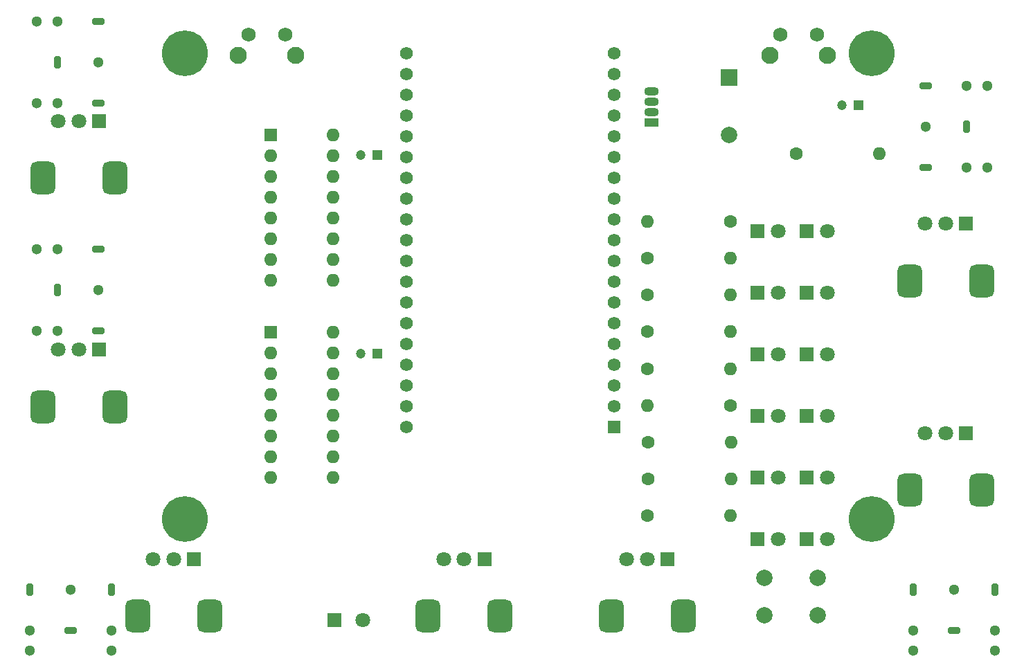
<source format=gbr>
%TF.GenerationSoftware,KiCad,Pcbnew,(6.0.4)*%
%TF.CreationDate,2023-12-09T23:36:49+01:00*%
%TF.ProjectId,Spikeling_V2.2c,5370696b-656c-4696-9e67-5f56322e3263,rev?*%
%TF.SameCoordinates,Original*%
%TF.FileFunction,Soldermask,Bot*%
%TF.FilePolarity,Negative*%
%FSLAX46Y46*%
G04 Gerber Fmt 4.6, Leading zero omitted, Abs format (unit mm)*
G04 Created by KiCad (PCBNEW (6.0.4)) date 2023-12-09 23:36:49*
%MOMM*%
%LPD*%
G01*
G04 APERTURE LIST*
G04 Aperture macros list*
%AMRoundRect*
0 Rectangle with rounded corners*
0 $1 Rounding radius*
0 $2 $3 $4 $5 $6 $7 $8 $9 X,Y pos of 4 corners*
0 Add a 4 corners polygon primitive as box body*
4,1,4,$2,$3,$4,$5,$6,$7,$8,$9,$2,$3,0*
0 Add four circle primitives for the rounded corners*
1,1,$1+$1,$2,$3*
1,1,$1+$1,$4,$5*
1,1,$1+$1,$6,$7*
1,1,$1+$1,$8,$9*
0 Add four rect primitives between the rounded corners*
20,1,$1+$1,$2,$3,$4,$5,0*
20,1,$1+$1,$4,$5,$6,$7,0*
20,1,$1+$1,$6,$7,$8,$9,0*
20,1,$1+$1,$8,$9,$2,$3,0*%
G04 Aperture macros list end*
%ADD10O,1.800000X1.070000*%
%ADD11R,1.800000X1.070000*%
%ADD12C,2.100000*%
%ADD13C,1.750000*%
%ADD14C,5.600000*%
%ADD15R,1.800000X1.800000*%
%ADD16C,1.800000*%
%ADD17C,1.600000*%
%ADD18O,1.600000X1.600000*%
%ADD19R,1.600000X1.600000*%
%ADD20RoundRect,0.750000X-0.750000X1.250000X-0.750000X-1.250000X0.750000X-1.250000X0.750000X1.250000X0*%
%ADD21C,1.300000*%
%ADD22RoundRect,0.200000X0.550000X0.200000X-0.550000X0.200000X-0.550000X-0.200000X0.550000X-0.200000X0*%
%ADD23RoundRect,0.200000X-0.200000X0.550000X-0.200000X-0.550000X0.200000X-0.550000X0.200000X0.550000X0*%
%ADD24RoundRect,0.200000X-0.550000X-0.200000X0.550000X-0.200000X0.550000X0.200000X-0.550000X0.200000X0*%
%ADD25RoundRect,0.200000X0.200000X-0.550000X0.200000X0.550000X-0.200000X0.550000X-0.200000X-0.550000X0*%
%ADD26R,1.200000X1.200000*%
%ADD27C,1.200000*%
%ADD28R,2.000000X2.000000*%
%ADD29C,2.000000*%
%ADD30R,1.560000X1.560000*%
%ADD31C,1.560000*%
G04 APERTURE END LIST*
D10*
%TO.C,D1*%
X177000000Y-59690000D03*
X177000000Y-60960000D03*
D11*
X177000000Y-63500000D03*
D10*
X177000000Y-62230000D03*
%TD*%
D12*
%TO.C,SW2*%
X191500000Y-55280000D03*
X198510000Y-55280000D03*
D13*
X192750000Y-52790000D03*
X197250000Y-52790000D03*
%TD*%
D14*
%TO.C, *%
X120000000Y-55000000D03*
%TD*%
D15*
%TO.C,D7*%
X190000000Y-76779000D03*
D16*
X192540000Y-76779000D03*
%TD*%
D15*
%TO.C,D2*%
X190000000Y-114504000D03*
D16*
X192540000Y-114504000D03*
%TD*%
D17*
%TO.C,R5*%
X186660000Y-98100000D03*
D18*
X176500000Y-98100000D03*
%TD*%
D19*
%TO.C,U3*%
X130500000Y-89125000D03*
D18*
X130500000Y-91665000D03*
X130500000Y-94205000D03*
X130500000Y-96745000D03*
X130500000Y-99285000D03*
X130500000Y-101825000D03*
X130500000Y-104365000D03*
X130500000Y-106905000D03*
X138120000Y-106905000D03*
X138120000Y-104365000D03*
X138120000Y-101825000D03*
X138120000Y-99285000D03*
X138120000Y-96745000D03*
X138120000Y-94205000D03*
X138120000Y-91665000D03*
X138120000Y-89125000D03*
%TD*%
D20*
%TO.C,RV6*%
X208600000Y-108500000D03*
X217400000Y-108500000D03*
D15*
X215500000Y-101500000D03*
D16*
X213000000Y-101500000D03*
X210500000Y-101500000D03*
%TD*%
D20*
%TO.C,RV4*%
X180900000Y-123900000D03*
X172100000Y-123900000D03*
D15*
X179000000Y-116900000D03*
D16*
X176500000Y-116900000D03*
X174000000Y-116900000D03*
%TD*%
D21*
%TO.C,J2*%
X101882500Y-51100000D03*
X104382500Y-51100000D03*
X109382500Y-56100000D03*
X101882500Y-61100000D03*
X104382500Y-61100000D03*
D22*
X109382500Y-61100000D03*
D23*
X104382500Y-56100000D03*
D22*
X109382500Y-51100000D03*
%TD*%
D21*
%TO.C,J1*%
X215600000Y-59000000D03*
X215600000Y-69000000D03*
X218100000Y-59000000D03*
X210600000Y-64000000D03*
X218100000Y-69000000D03*
D24*
X210600000Y-59000000D03*
D25*
X215600000Y-64000000D03*
D24*
X210600000Y-69000000D03*
%TD*%
D20*
%TO.C,RV1*%
X102600000Y-70300000D03*
X111400000Y-70300000D03*
D15*
X109500000Y-63300000D03*
D16*
X107000000Y-63300000D03*
X104500000Y-63300000D03*
%TD*%
D15*
%TO.C,D4*%
X190000000Y-99414000D03*
D16*
X192540000Y-99414000D03*
%TD*%
D20*
%TO.C,RV3*%
X123000000Y-123900000D03*
X114200000Y-123900000D03*
D15*
X121100000Y-116900000D03*
D16*
X118600000Y-116900000D03*
X116100000Y-116900000D03*
%TD*%
D17*
%TO.C,R3*%
X176600000Y-102600000D03*
D18*
X186760000Y-102600000D03*
%TD*%
D14*
%TO.C, *%
X204000000Y-55000000D03*
%TD*%
D19*
%TO.C,U2*%
X130500000Y-65000000D03*
D18*
X130500000Y-67540000D03*
X130500000Y-70080000D03*
X130500000Y-72620000D03*
X130500000Y-75160000D03*
X130500000Y-77700000D03*
X130500000Y-80240000D03*
X130500000Y-82780000D03*
X138120000Y-82780000D03*
X138120000Y-80240000D03*
X138120000Y-77700000D03*
X138120000Y-75160000D03*
X138120000Y-72620000D03*
X138120000Y-70080000D03*
X138120000Y-67540000D03*
X138120000Y-65000000D03*
%TD*%
D26*
%TO.C,C2*%
X143472600Y-91750000D03*
D27*
X141472600Y-91750000D03*
%TD*%
D21*
%TO.C,J5*%
X219000000Y-125617500D03*
X219000000Y-128117500D03*
X209000000Y-128117500D03*
X214000000Y-120617500D03*
X209000000Y-125617500D03*
D23*
X219000000Y-120617500D03*
D24*
X214000000Y-125617500D03*
D23*
X209000000Y-120617500D03*
%TD*%
D12*
%TO.C,SW3*%
X133510000Y-55280000D03*
X126500000Y-55280000D03*
D13*
X127750000Y-52790000D03*
X132250000Y-52790000D03*
%TD*%
D15*
%TO.C,D11*%
X196000000Y-91869000D03*
D16*
X198540000Y-91869000D03*
%TD*%
D15*
%TO.C,D9*%
X196000000Y-106959000D03*
D16*
X198540000Y-106959000D03*
%TD*%
D26*
%TO.C,C1*%
X143472600Y-67500000D03*
D27*
X141472600Y-67500000D03*
%TD*%
D17*
%TO.C,R9*%
X176500000Y-93600000D03*
D18*
X186660000Y-93600000D03*
%TD*%
D15*
%TO.C,D13*%
X196000000Y-76779000D03*
D16*
X198540000Y-76779000D03*
%TD*%
D15*
%TO.C,D12*%
X196000000Y-84324000D03*
D16*
X198540000Y-84324000D03*
%TD*%
D15*
%TO.C,D10*%
X196000000Y-99414000D03*
D16*
X198540000Y-99414000D03*
%TD*%
D17*
%TO.C,R1*%
X194720000Y-67300000D03*
D18*
X204880000Y-67300000D03*
%TD*%
D15*
%TO.C,R10*%
X138300000Y-124400000D03*
D16*
X141700000Y-124400000D03*
%TD*%
D20*
%TO.C,RV7*%
X208600000Y-82872000D03*
X217400000Y-82872000D03*
D15*
X215500000Y-75872000D03*
D16*
X213000000Y-75872000D03*
X210500000Y-75872000D03*
%TD*%
D20*
%TO.C,RV2*%
X111400000Y-98300000D03*
X102600000Y-98300000D03*
D15*
X109500000Y-91300000D03*
D16*
X107000000Y-91300000D03*
X104500000Y-91300000D03*
%TD*%
D21*
%TO.C,J3*%
X104382500Y-79000000D03*
X101882500Y-89000000D03*
X101882500Y-79000000D03*
X109382500Y-84000000D03*
X104382500Y-89000000D03*
D22*
X109382500Y-89000000D03*
D23*
X104382500Y-84000000D03*
D22*
X109382500Y-79000000D03*
%TD*%
D15*
%TO.C,D3*%
X190000000Y-106959000D03*
D16*
X192540000Y-106959000D03*
%TD*%
D14*
%TO.C, *%
X204000000Y-112000000D03*
%TD*%
D15*
%TO.C,D5*%
X190000000Y-91869000D03*
D16*
X192540000Y-91869000D03*
%TD*%
D21*
%TO.C,J4*%
X101000000Y-128117500D03*
X111000000Y-125617500D03*
X101000000Y-125617500D03*
X111000000Y-128117500D03*
X106000000Y-120617500D03*
D23*
X111000000Y-120617500D03*
D24*
X106000000Y-125617500D03*
D23*
X101000000Y-120617500D03*
%TD*%
D17*
%TO.C,R8*%
X176500000Y-89100000D03*
D18*
X186660000Y-89100000D03*
%TD*%
D17*
%TO.C,R2*%
X176600000Y-107100000D03*
D18*
X186760000Y-107100000D03*
%TD*%
D20*
%TO.C,RV5*%
X149719000Y-123900000D03*
X158519000Y-123900000D03*
D15*
X156619000Y-116900000D03*
D16*
X154119000Y-116900000D03*
X151619000Y-116900000D03*
%TD*%
D26*
%TO.C,C3*%
X202350000Y-61350000D03*
D27*
X200350000Y-61350000D03*
%TD*%
D17*
%TO.C,R7*%
X176500000Y-84600000D03*
D18*
X186660000Y-84600000D03*
%TD*%
D17*
%TO.C,R4*%
X186680000Y-75600000D03*
D18*
X176520000Y-75600000D03*
%TD*%
D28*
%TO.C,BZ1*%
X186500000Y-58000000D03*
D29*
X186500000Y-65000000D03*
%TD*%
D14*
%TO.C, *%
X120000000Y-112000000D03*
%TD*%
D17*
%TO.C,R11*%
X176570000Y-111600000D03*
D18*
X186730000Y-111600000D03*
%TD*%
D17*
%TO.C,R6*%
X176500000Y-80100000D03*
D18*
X186660000Y-80100000D03*
%TD*%
D29*
%TO.C,SW1*%
X190860000Y-119250000D03*
X197360000Y-119250000D03*
X197360000Y-123750000D03*
X190860000Y-123750000D03*
%TD*%
D30*
%TO.C,U1*%
X172450000Y-100760000D03*
D31*
X172450000Y-98220000D03*
X172450000Y-95680000D03*
X172450000Y-93140000D03*
X172450000Y-90600000D03*
X172450000Y-88060000D03*
X172450000Y-85520000D03*
X172450000Y-82980000D03*
X172450000Y-80440000D03*
X172450000Y-77900000D03*
X172450000Y-75360000D03*
X172450000Y-72820000D03*
X172450000Y-70280000D03*
X172450000Y-67740000D03*
X172450000Y-65200000D03*
X172450000Y-62660000D03*
X172450000Y-60120000D03*
X172450000Y-57580000D03*
X172450000Y-55040000D03*
X147050000Y-100760000D03*
X147050000Y-98220000D03*
X147050000Y-95680000D03*
X147050000Y-93140000D03*
X147050000Y-90600000D03*
X147050000Y-88060000D03*
X147050000Y-85520000D03*
X147050000Y-82980000D03*
X147050000Y-80440000D03*
X147050000Y-77900000D03*
X147050000Y-75360000D03*
X147050000Y-72820000D03*
X147050000Y-70280000D03*
X147050000Y-67740000D03*
X147050000Y-65200000D03*
X147050000Y-62660000D03*
X147050000Y-60120000D03*
X147050000Y-57580000D03*
X147050000Y-55040000D03*
%TD*%
D15*
%TO.C,D8*%
X196000000Y-114504000D03*
D16*
X198540000Y-114504000D03*
%TD*%
D15*
%TO.C,D6*%
X190000000Y-84324000D03*
D16*
X192540000Y-84324000D03*
%TD*%
M02*

</source>
